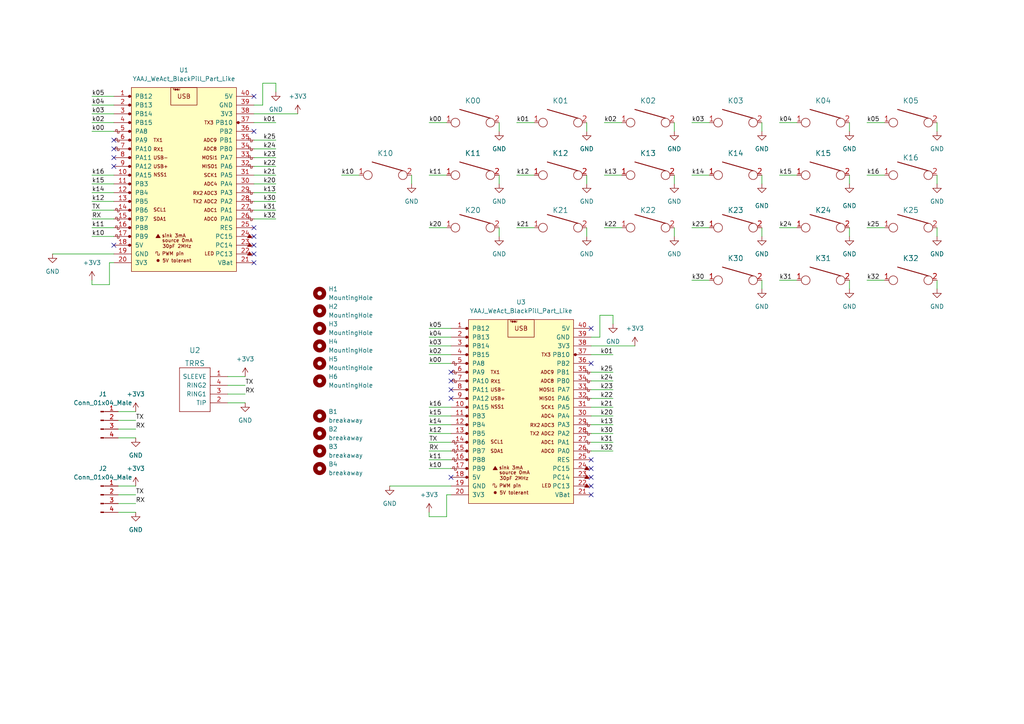
<source format=kicad_sch>
(kicad_sch (version 20211123) (generator eeschema)
  (paper "A4")
  (lib_symbols
    (symbol "Connector:Conn_01x04_Male" (pin_names (offset 1.016) hide)
      (property "Reference" "J" (at 0 5.08 0))
      (property "Value" "Conn_01x04_Male" (at 0 -7.62 0))
      (symbol "Conn_01x04_Male_1_1"
        (polyline (pts (xy 1.27 -5.08) (xy 0.8636 -5.08)) (stroke (width 0.1524)))
        (polyline (pts (xy 1.27 -2.54) (xy 0.8636 -2.54)) (stroke (width 0.1524)))
        (polyline (pts (xy 1.27 0) (xy 0.8636 0)) (stroke (width 0.1524)))
        (polyline (pts (xy 1.27 2.54) (xy 0.8636 2.54)) (stroke (width 0.1524)))
        (rectangle (start 0.8636 -4.953) (end 0 -5.207) (stroke (width 0.1524)) (fill (type outline)))
        (rectangle (start 0.8636 -2.413) (end 0 -2.667) (stroke (width 0.1524)) (fill (type outline)))
        (rectangle (start 0.8636 0.127) (end 0 -0.127) (stroke (width 0.1524)) (fill (type outline)))
        (rectangle (start 0.8636 2.667) (end 0 2.413) (stroke (width 0.1524)) (fill (type outline)))
        (pin passive line (at 5.08 2.54 180) (length 3.81) (name "Pin_1") (number "1"))
        (pin passive line (at 5.08 0 180) (length 3.81) (name "Pin_2") (number "2"))
        (pin passive line (at 5.08 -2.54 180) (length 3.81) (name "Pin_3") (number "3"))
        (pin passive line (at 5.08 -5.08 180) (length 3.81) (name "Pin_4") (number "4"))
      )
    )
    (symbol "Mechanical:MountingHole" (pin_names (offset 1.016))
      (property "Reference" "H" (at 0 5.08 0))
      (property "Value" "MountingHole" (at 0 3.175 0))
      (symbol "MountingHole_0_1"
        (circle (center 0 0) (radius 1.27) (stroke (width 1.27)))
      )
    )
    (symbol "YAAJ_WeAct_BlackPill_Part_Like:YAAJ_WeAct_BlackPill_Part_Like" (pin_names (offset 1.016))
      (property "Reference" "U" (at -12.7 27.94 0))
      (property "Value" "YAAJ_WeAct_BlackPill_Part_Like" (at 0 2.54 90))
      (symbol "YAAJ_WeAct_BlackPill_Part_Like_0_0"
        (circle (center -15.748 -20.32) (radius 0.3556) (fill (type outline)))
        (circle (center -15.748 -17.78) (radius 0.3556) (fill (type outline)))
        (circle (center -15.748 -15.24) (radius 0.3556) (fill (type outline)))
        (circle (center -15.748 -12.7) (radius 0.3556) (fill (type outline)))
        (circle (center -15.748 -10.16) (radius 0.3556) (fill (type outline)))
        (circle (center -15.748 -7.62) (radius 0.3556) (fill (type outline)))
        (circle (center -15.748 -5.08) (radius 0.3556) (fill (type outline)))
        (circle (center -15.748 -2.54) (radius 0.3556) (fill (type outline)))
        (circle (center -15.748 0) (radius 0.3556) (fill (type outline)))
        (circle (center -15.748 2.54) (radius 0.3556) (fill (type outline)))
        (circle (center -15.748 5.08) (radius 0.3556) (fill (type outline)))
        (circle (center -15.748 7.62) (radius 0.3556) (fill (type outline)))
        (circle (center -15.748 10.16) (radius 0.3556) (fill (type outline)))
        (circle (center -15.748 12.7) (radius 0.3556) (fill (type outline)))
        (circle (center -15.748 15.24) (radius 0.3556) (fill (type outline)))
        (circle (center -15.748 17.78) (radius 0.3556) (fill (type outline)))
        (circle (center -15.748 22.86) (radius 0.3556) (fill (type outline)))
        (circle (center -7.493 -24.765) (radius 0.127) (fill (type outline)))
        (circle (center -7.493 -24.765) (radius 0.254))
        (circle (center -7.493 -24.765) (radius 0.3556))
        (polyline (pts (xy -8.128 -18.161) (xy -7.493 -17.145) (xy -6.858 -18.161) (xy -8.128 -18.161) (xy -7.493 -17.272) (xy -6.985 -18.161) (xy -8.001 -18.034) (xy -7.493 -17.399) (xy -7.112 -18.161) (xy -7.874 -17.907) (xy -7.366 -17.526) (xy -7.239 -18.161) (xy -7.747 -17.78) (xy -7.239 -17.653) (xy -7.366 -18.034) (xy -7.62 -17.78) (xy -7.366 -17.907) (xy -7.493 -17.653)))
        (polyline (pts (xy 18.415 -23.241) (xy 19.05 -22.225) (xy 19.685 -23.241) (xy 18.415 -23.241) (xy 19.05 -22.352) (xy 19.558 -23.241) (xy 18.542 -23.114) (xy 19.05 -22.479) (xy 19.431 -23.241) (xy 18.669 -22.987) (xy 19.177 -22.606) (xy 19.304 -23.241) (xy 18.796 -22.86) (xy 19.304 -22.733) (xy 19.177 -23.114) (xy 18.923 -22.86) (xy 19.177 -22.987) (xy 19.05 -22.733)))
        (polyline (pts (xy 18.415 -20.701) (xy 19.05 -19.685) (xy 19.685 -20.701) (xy 18.415 -20.701) (xy 19.05 -19.812) (xy 19.558 -20.701) (xy 18.542 -20.574) (xy 19.05 -19.939) (xy 19.431 -20.701) (xy 18.669 -20.447) (xy 19.177 -20.066) (xy 19.304 -20.701) (xy 18.796 -20.32) (xy 19.304 -20.193) (xy 19.177 -20.574) (xy 18.923 -20.32) (xy 19.177 -20.447) (xy 19.05 -20.193)))
        (polyline (pts (xy 18.415 -18.161) (xy 19.05 -17.145) (xy 19.685 -18.161) (xy 18.415 -18.161) (xy 19.05 -17.272) (xy 19.558 -18.161) (xy 18.542 -18.034) (xy 19.05 -17.399) (xy 19.431 -18.161) (xy 18.669 -17.907) (xy 19.177 -17.526) (xy 19.304 -18.161) (xy 18.796 -17.78) (xy 19.304 -17.653) (xy 19.177 -18.034) (xy 18.923 -17.78) (xy 19.177 -17.907) (xy 19.05 -17.653)))
        (circle (center 15.748 15.24) (radius 0.254) (fill (type outline)))
        (circle (center 15.748 15.24) (radius 0.3556))
        (text "30pF 2MHz" (at -2.032 -20.574 0) (effects (font (size 0.9906 0.9906))))
        (text "5V tolerant" (at -2.032 -24.765 0) (effects (font (size 0.9906 0.9906))))
        (text "ADC0" (at 7.747 -12.7 0) (effects (font (size 0.9906 0.9906))))
        (text "ADC1" (at 7.747 -10.16 0) (effects (font (size 0.9906 0.9906))))
        (text "ADC2" (at 7.747 -7.62 0) (effects (font (size 0.9906 0.9906))))
        (text "ADC3" (at 7.747 -5.207 0) (effects (font (size 0.9906 0.9906))))
        (text "ADC4" (at 7.747 -2.54 0) (effects (font (size 0.9906 0.9906))))
        (text "ADC8" (at 7.62 7.62 0) (effects (font (size 0.9906 0.9906))))
        (text "ADC9" (at 7.62 10.16 0) (effects (font (size 0.9906 0.9906))))
        (text "LED" (at 7.366 -22.733 0) (effects (font (size 0.9906 0.9906))))
        (text "MISO1" (at 7.493 2.54 0) (effects (font (size 0.9906 0.9906))))
        (text "MOSI1" (at 7.493 5.08 0) (effects (font (size 0.9906 0.9906))))
        (text "NSS1" (at -6.858 0.127 0) (effects (font (size 0.9906 0.9906))))
        (text "PWM pin" (at -3.175 -22.733 0) (effects (font (size 0.9906 0.9906))))
        (text "RX1" (at -7.366 7.493 0) (effects (font (size 0.9906 0.9906))))
        (text "RX2" (at 4.064 -5.207 0) (effects (font (size 0.9906 0.9906))))
        (text "SCK1" (at 7.747 0 0) (effects (font (size 0.9906 0.9906))))
        (text "SCL1" (at -6.985 -10.033 0) (effects (font (size 0.9906 0.9906))))
        (text "SDA1" (at -6.985 -12.7 0) (effects (font (size 0.9906 0.9906))))
        (text "sink 3mA" (at -2.921 -17.526 0) (effects (font (size 0.9906 0.9906))))
        (text "source 0mA" (at -1.905 -18.923 0) (effects (font (size 0.9906 0.9906))))
        (text "TX1" (at -7.493 10.16 0) (effects (font (size 0.9906 0.9906))))
        (text "TX2" (at 3.937 -7.62 0) (effects (font (size 0.9906 0.9906))))
        (text "TX3" (at 7.239 15.24 0) (effects (font (size 0.9906 0.9906))))
        (text "USB" (at 0 22.86 0) (effects (font (size 1.27 1.27))))
        (text "USB+" (at -6.731 2.54 0) (effects (font (size 0.9906 0.9906))))
        (text "USB-" (at -6.731 5.08 0) (effects (font (size 0.9906 0.9906))))
        (text "Y@@J" (at -2.159 24.892 0) (effects (font (size 0.508 0.508))))
      )
      (symbol "YAAJ_WeAct_BlackPill_Part_Like_0_1"
        (rectangle (start -15.24 25.4) (end 15.24 -27.94) (fill (type background)))
        (polyline (pts (xy -18.796 -17.78) (xy -18.796 -18.288) (xy -19.304 -18.288) (xy -19.304 -17.272) (xy -19.812 -17.272) (xy -19.812 -17.78)))
        (polyline (pts (xy -18.796 -15.24) (xy -18.796 -15.748) (xy -19.304 -15.748) (xy -19.304 -14.732) (xy -19.812 -14.732) (xy -19.812 -15.24)))
        (polyline (pts (xy -18.796 -12.7) (xy -18.796 -13.208) (xy -19.304 -13.208) (xy -19.304 -12.192) (xy -19.812 -12.192) (xy -19.812 -12.7)))
        (polyline (pts (xy -18.796 -10.16) (xy -18.796 -10.668) (xy -19.304 -10.668) (xy -19.304 -9.652) (xy -19.812 -9.652) (xy -19.812 -10.16)))
        (polyline (pts (xy -18.796 7.62) (xy -18.796 7.112) (xy -19.304 7.112) (xy -19.304 8.128) (xy -19.812 8.128) (xy -19.812 7.62)))
        (polyline (pts (xy -18.796 10.16) (xy -18.796 9.652) (xy -19.304 9.652) (xy -19.304 10.668) (xy -19.812 10.668) (xy -19.812 10.16)))
        (polyline (pts (xy -18.796 12.7) (xy -18.796 12.192) (xy -19.304 12.192) (xy -19.304 13.208) (xy -19.812 13.208) (xy -19.812 12.7)))
        (polyline (pts (xy -7.112 -22.733) (xy -7.112 -23.241) (xy -7.62 -23.241) (xy -7.62 -22.225) (xy -8.128 -22.225) (xy -8.128 -22.733)))
        (polyline (pts (xy 19.812 -12.7) (xy 19.812 -13.208) (xy 19.304 -13.208) (xy 19.304 -12.192) (xy 18.796 -12.192) (xy 18.796 -12.7)))
        (polyline (pts (xy 19.812 -10.16) (xy 19.812 -10.668) (xy 19.304 -10.668) (xy 19.304 -9.652) (xy 18.796 -9.652) (xy 18.796 -10.16)))
        (polyline (pts (xy 19.812 -7.62) (xy 19.812 -8.128) (xy 19.304 -8.128) (xy 19.304 -7.112) (xy 18.796 -7.112) (xy 18.796 -7.62)))
        (polyline (pts (xy 19.812 -5.08) (xy 19.812 -5.588) (xy 19.304 -5.588) (xy 19.304 -4.572) (xy 18.796 -4.572) (xy 18.796 -5.08)))
        (polyline (pts (xy 19.812 2.54) (xy 19.812 2.032) (xy 19.304 2.032) (xy 19.304 3.048) (xy 18.796 3.048) (xy 18.796 2.54)))
        (polyline (pts (xy 19.812 5.08) (xy 19.812 4.572) (xy 19.304 4.572) (xy 19.304 5.588) (xy 18.796 5.588) (xy 18.796 5.08)))
        (polyline (pts (xy 19.812 7.62) (xy 19.812 7.112) (xy 19.304 7.112) (xy 19.304 8.128) (xy 18.796 8.128) (xy 18.796 7.62)))
        (polyline (pts (xy 19.812 10.16) (xy 19.812 9.652) (xy 19.304 9.652) (xy 19.304 10.668) (xy 18.796 10.668) (xy 18.796 10.16)))
        (rectangle (start 3.81 25.4) (end -3.81 20.32))
      )
      (symbol "YAAJ_WeAct_BlackPill_Part_Like_1_1"
        (circle (center -15.748 20.32) (radius 0.3556) (fill (type outline)))
        (pin bidirectional line (at -20.32 22.86 0) (length 5.08) (name "PB12") (number "1"))
        (pin bidirectional line (at -20.32 0 0) (length 5.08) (name "PA15") (number "10"))
        (pin bidirectional line (at -20.32 -2.54 0) (length 5.08) (name "PB3") (number "11"))
        (pin bidirectional line (at -20.32 -5.08 0) (length 5.08) (name "PB4") (number "12"))
        (pin bidirectional line (at -20.32 -7.62 0) (length 5.08) (name "PB5") (number "13"))
        (pin bidirectional line (at -20.32 -10.16 0) (length 5.08) (name "PB6") (number "14"))
        (pin bidirectional line (at -20.32 -12.7 0) (length 5.08) (name "PB7") (number "15"))
        (pin bidirectional line (at -20.32 -15.24 0) (length 5.08) (name "PB8") (number "16"))
        (pin bidirectional line (at -20.32 -17.78 0) (length 5.08) (name "PB9") (number "17"))
        (pin power_in line (at -20.32 -20.32 0) (length 5.08) (name "5V") (number "18"))
        (pin power_in line (at -20.32 -22.86 0) (length 5.08) (name "GND") (number "19"))
        (pin bidirectional line (at -20.32 20.32 0) (length 5.08) (name "PB13") (number "2"))
        (pin power_in line (at -20.32 -25.4 0) (length 5.08) (name "3V3") (number "20"))
        (pin power_in line (at 20.32 -25.4 180) (length 5.08) (name "VBat") (number "21"))
        (pin bidirectional line (at 20.32 -22.86 180) (length 5.08) (name "PC13") (number "22"))
        (pin bidirectional line (at 20.32 -20.32 180) (length 5.08) (name "PC14") (number "23"))
        (pin bidirectional line (at 20.32 -17.78 180) (length 5.08) (name "PC15") (number "24"))
        (pin input line (at 20.32 -15.24 180) (length 5.08) (name "RES") (number "25"))
        (pin bidirectional line (at 20.32 -12.7 180) (length 5.08) (name "PA0") (number "26"))
        (pin bidirectional line (at 20.32 -10.16 180) (length 5.08) (name "PA1") (number "27"))
        (pin bidirectional line (at 20.32 -7.62 180) (length 5.08) (name "PA2") (number "28"))
        (pin bidirectional line (at 20.32 -5.08 180) (length 5.08) (name "PA3") (number "29"))
        (pin bidirectional line (at -20.32 17.78 0) (length 5.08) (name "PB14") (number "3"))
        (pin bidirectional line (at 20.32 -2.54 180) (length 5.08) (name "PA4") (number "30"))
        (pin bidirectional line (at 20.32 0 180) (length 5.08) (name "PA5") (number "31"))
        (pin bidirectional line (at 20.32 2.54 180) (length 5.08) (name "PA6") (number "32"))
        (pin bidirectional line (at 20.32 5.08 180) (length 5.08) (name "PA7") (number "33"))
        (pin bidirectional line (at 20.32 7.62 180) (length 5.08) (name "PB0") (number "34"))
        (pin bidirectional line (at 20.32 10.16 180) (length 5.08) (name "PB1") (number "35"))
        (pin bidirectional line (at 20.32 12.7 180) (length 5.08) (name "PB2") (number "36"))
        (pin bidirectional line (at 20.32 15.24 180) (length 5.08) (name "PB10") (number "37"))
        (pin power_in line (at 20.32 17.78 180) (length 5.08) (name "3V3") (number "38"))
        (pin power_in line (at 20.32 20.32 180) (length 5.08) (name "GND") (number "39"))
        (pin bidirectional line (at -20.32 15.24 0) (length 5.08) (name "PB15") (number "4"))
        (pin power_in line (at 20.32 22.86 180) (length 5.08) (name "5V") (number "40"))
        (pin bidirectional line (at -20.32 12.7 0) (length 5.08) (name "PA8") (number "5"))
        (pin bidirectional line (at -20.32 10.16 0) (length 5.08) (name "PA9") (number "6"))
        (pin bidirectional line (at -20.32 7.62 0) (length 5.08) (name "PA10") (number "7"))
        (pin bidirectional line (at -20.32 5.08 0) (length 5.08) (name "PA11") (number "8"))
        (pin bidirectional line (at -20.32 2.54 0) (length 5.08) (name "PA12") (number "9"))
      )
    )
    (symbol "keebio:TRRS" (pin_names (offset 1.016))
      (property "Reference" "U" (at 0 15.24 0))
      (property "Value" "TRRS" (at 0 -2.54 0))
      (symbol "TRRS_0_1"
        (rectangle (start -3.81 0) (end -3.81 12.7))
        (rectangle (start -3.81 12.7) (end 5.08 12.7))
        (rectangle (start 5.08 0) (end -3.81 0))
        (rectangle (start 5.08 12.7) (end 5.08 0))
      )
      (symbol "TRRS_1_1"
        (pin input line (at -8.89 2.54 0) (length 5.08) (name "SLEEVE") (number "1"))
        (pin input line (at -8.89 10.16 0) (length 5.08) (name "TIP") (number "2"))
        (pin input line (at -8.89 7.62 0) (length 5.08) (name "RING1") (number "3"))
        (pin input line (at -8.89 5.08 0) (length 5.08) (name "RING2") (number "4"))
      )
    )
    (symbol "keyboard_parts:KEYSW" (pin_names (offset 1.016))
      (property "Reference" "K?" (at -1.27 0 0))
      (symbol "KEYSW_0_1"
        (circle (center -5.08 0) (radius 1.27))
        (polyline (pts (xy -5.08 1.27) (xy 3.81 3.81)) (stroke (width 0.254)))
        (circle (center 5.08 0) (radius 1.27))
      )
      (symbol "KEYSW_1_1"
        (pin passive line (at 7.62 0 180) (length 1.27) (name "~") (number "1"))
        (pin passive line (at -7.62 0 0) (length 1.27) (name "~") (number "2"))
      )
    )
    (symbol "power:+3V3" (power) (pin_names (offset 0))
      (property "Value" "+3V3" (at 0 3.556 0))
      (symbol "+3V3_0_1"
        (polyline (pts (xy -0.762 1.27) (xy 0 2.54)))
        (polyline (pts (xy 0 0) (xy 0 2.54)))
        (polyline (pts (xy 0 2.54) (xy 0.762 1.27)))
      )
      (symbol "+3V3_1_1"
        (pin power_in line (at 0 0 90) (length 0) hide (name "+3V3") (number "1"))
      )
    )
    (symbol "power:GND" (power) (pin_names (offset 0))
      (property "Value" "GND" (at 0 -3.81 0))
      (symbol "GND_0_1"
        (polyline (pts (xy 0 0) (xy 0 -1.27) (xy 1.27 -1.27) (xy 0 -2.54) (xy -1.27 -1.27) (xy 0 -1.27)))
      )
      (symbol "GND_1_1"
        (pin power_in line (at 0 0 270) (length 0) hide (name "GND") (number "1"))
      )
    )
  )
  (no_connect (at 130.81 110.49))
  (no_connect (at 130.81 107.95))
  (no_connect (at 130.81 113.03))
  (no_connect (at 130.81 138.43))
  (no_connect (at 171.45 143.51))
  (no_connect (at 73.66 68.58))
  (no_connect (at 73.66 73.66))
  (no_connect (at 73.66 71.12))
  (no_connect (at 171.45 138.43))
  (no_connect (at 33.02 43.18))
  (no_connect (at 73.66 38.1))
  (no_connect (at 73.66 27.94))
  (no_connect (at 73.66 66.04))
  (no_connect (at 130.81 115.57))
  (no_connect (at 171.45 133.35))
  (no_connect (at 171.45 105.41))
  (no_connect (at 33.02 48.26))
  (no_connect (at 171.45 95.25))
  (no_connect (at 33.02 40.64))
  (no_connect (at 171.45 135.89))
  (no_connect (at 33.02 45.72))
  (no_connect (at 73.66 76.2))
  (no_connect (at 171.45 140.97))
  (no_connect (at 33.02 71.12))
  (wire (pts (xy 124.46 97.79) (xy 130.81 97.79)))
  (wire (pts (xy 124.46 123.19) (xy 130.81 123.19)))
  (wire (pts (xy 66.04 116.84) (xy 71.12 116.84)))
  (wire (pts (xy 73.66 63.5) (xy 80.01 63.5)))
  (wire (pts (xy 34.29 140.97) (xy 39.37 140.97)))
  (wire (pts (xy 99.06 50.8) (xy 104.14 50.8)))
  (wire (pts (xy 220.98 53.34) (xy 220.98 50.8)))
  (wire (pts (xy 171.45 100.33) (xy 184.15 100.33)))
  (wire (pts (xy 226.06 50.8) (xy 231.14 50.8)))
  (wire (pts (xy 15.24 73.66) (xy 33.02 73.66)))
  (wire (pts (xy 124.46 118.11) (xy 130.81 118.11)))
  (wire (pts (xy 124.46 100.33) (xy 130.81 100.33)))
  (wire (pts (xy 26.67 60.96) (xy 33.02 60.96)))
  (wire (pts (xy 171.45 107.95) (xy 177.8 107.95)))
  (wire (pts (xy 26.67 55.88) (xy 33.02 55.88)))
  (wire (pts (xy 129.54 143.51) (xy 130.81 143.51)))
  (wire (pts (xy 271.78 38.1) (xy 271.78 35.56)))
  (wire (pts (xy 119.38 53.34) (xy 119.38 50.8)))
  (wire (pts (xy 124.46 125.73) (xy 130.81 125.73)))
  (wire (pts (xy 251.46 50.8) (xy 256.54 50.8)))
  (wire (pts (xy 149.86 50.8) (xy 154.94 50.8)))
  (wire (pts (xy 271.78 53.34) (xy 271.78 50.8)))
  (wire (pts (xy 73.66 45.72) (xy 80.01 45.72)))
  (wire (pts (xy 171.45 97.79) (xy 173.99 97.79)))
  (wire (pts (xy 73.66 35.56) (xy 80.01 35.56)))
  (wire (pts (xy 124.46 133.35) (xy 130.81 133.35)))
  (wire (pts (xy 124.46 128.27) (xy 130.81 128.27)))
  (wire (pts (xy 73.66 48.26) (xy 80.01 48.26)))
  (wire (pts (xy 66.04 114.3) (xy 71.12 114.3)))
  (wire (pts (xy 34.29 121.92) (xy 39.37 121.92)))
  (wire (pts (xy 26.67 81.28) (xy 26.67 82.55)))
  (wire (pts (xy 171.45 120.65) (xy 177.8 120.65)))
  (wire (pts (xy 124.46 135.89) (xy 130.81 135.89)))
  (wire (pts (xy 73.66 43.18) (xy 80.01 43.18)))
  (wire (pts (xy 171.45 130.81) (xy 177.8 130.81)))
  (wire (pts (xy 124.46 35.56) (xy 129.54 35.56)))
  (wire (pts (xy 175.26 66.04) (xy 180.34 66.04)))
  (wire (pts (xy 200.66 81.28) (xy 205.74 81.28)))
  (wire (pts (xy 246.38 53.34) (xy 246.38 50.8)))
  (wire (pts (xy 73.66 33.02) (xy 86.36 33.02)))
  (wire (pts (xy 170.18 53.34) (xy 170.18 50.8)))
  (wire (pts (xy 124.46 148.59) (xy 124.46 149.86)))
  (wire (pts (xy 220.98 68.58) (xy 220.98 66.04)))
  (wire (pts (xy 144.78 53.34) (xy 144.78 50.8)))
  (wire (pts (xy 124.46 102.87) (xy 130.81 102.87)))
  (wire (pts (xy 175.26 35.56) (xy 180.34 35.56)))
  (wire (pts (xy 200.66 66.04) (xy 205.74 66.04)))
  (wire (pts (xy 171.45 102.87) (xy 177.8 102.87)))
  (wire (pts (xy 246.38 83.82) (xy 246.38 81.28)))
  (wire (pts (xy 73.66 60.96) (xy 80.01 60.96)))
  (wire (pts (xy 34.29 146.05) (xy 39.37 146.05)))
  (wire (pts (xy 80.01 55.88) (xy 73.66 55.88)))
  (wire (pts (xy 171.45 110.49) (xy 177.8 110.49)))
  (wire (pts (xy 33.02 38.1) (xy 26.67 38.1)))
  (wire (pts (xy 171.45 118.11) (xy 177.8 118.11)))
  (wire (pts (xy 26.67 30.48) (xy 33.02 30.48)))
  (wire (pts (xy 73.66 40.64) (xy 80.01 40.64)))
  (wire (pts (xy 220.98 83.82) (xy 220.98 81.28)))
  (wire (pts (xy 246.38 38.1) (xy 246.38 35.56)))
  (wire (pts (xy 26.67 53.34) (xy 33.02 53.34)))
  (wire (pts (xy 271.78 83.82) (xy 271.78 81.28)))
  (wire (pts (xy 76.2 24.13) (xy 80.01 24.13)))
  (wire (pts (xy 73.66 30.48) (xy 76.2 30.48)))
  (wire (pts (xy 26.67 68.58) (xy 33.02 68.58)))
  (wire (pts (xy 34.29 148.59) (xy 39.37 148.59)))
  (wire (pts (xy 149.86 66.04) (xy 154.94 66.04)))
  (wire (pts (xy 195.58 53.34) (xy 195.58 50.8)))
  (wire (pts (xy 26.67 58.42) (xy 33.02 58.42)))
  (wire (pts (xy 124.46 50.8) (xy 129.54 50.8)))
  (wire (pts (xy 34.29 127) (xy 39.37 127)))
  (wire (pts (xy 195.58 68.58) (xy 195.58 66.04)))
  (wire (pts (xy 34.29 124.46) (xy 39.37 124.46)))
  (wire (pts (xy 177.8 123.19) (xy 171.45 123.19)))
  (wire (pts (xy 173.99 91.44) (xy 177.8 91.44)))
  (wire (pts (xy 170.18 68.58) (xy 170.18 66.04)))
  (wire (pts (xy 144.78 38.1) (xy 144.78 35.56)))
  (wire (pts (xy 171.45 115.57) (xy 177.8 115.57)))
  (wire (pts (xy 26.67 50.8) (xy 33.02 50.8)))
  (wire (pts (xy 76.2 30.48) (xy 76.2 24.13)))
  (wire (pts (xy 170.18 38.1) (xy 170.18 35.56)))
  (wire (pts (xy 73.66 50.8) (xy 80.01 50.8)))
  (wire (pts (xy 34.29 119.38) (xy 39.37 119.38)))
  (wire (pts (xy 124.46 149.86) (xy 129.54 149.86)))
  (wire (pts (xy 251.46 35.56) (xy 256.54 35.56)))
  (wire (pts (xy 26.67 82.55) (xy 31.75 82.55)))
  (wire (pts (xy 66.04 109.22) (xy 71.12 109.22)))
  (wire (pts (xy 129.54 149.86) (xy 129.54 143.51)))
  (wire (pts (xy 226.06 81.28) (xy 231.14 81.28)))
  (wire (pts (xy 124.46 130.81) (xy 130.81 130.81)))
  (wire (pts (xy 26.67 27.94) (xy 33.02 27.94)))
  (wire (pts (xy 149.86 35.56) (xy 154.94 35.56)))
  (wire (pts (xy 200.66 35.56) (xy 205.74 35.56)))
  (wire (pts (xy 124.46 95.25) (xy 130.81 95.25)))
  (wire (pts (xy 200.66 50.8) (xy 205.74 50.8)))
  (wire (pts (xy 251.46 81.28) (xy 256.54 81.28)))
  (wire (pts (xy 130.81 105.41) (xy 124.46 105.41)))
  (wire (pts (xy 26.67 63.5) (xy 33.02 63.5)))
  (wire (pts (xy 26.67 33.02) (xy 33.02 33.02)))
  (wire (pts (xy 271.78 68.58) (xy 271.78 66.04)))
  (wire (pts (xy 177.8 91.44) (xy 177.8 93.98)))
  (wire (pts (xy 171.45 113.03) (xy 177.8 113.03)))
  (wire (pts (xy 175.26 50.8) (xy 180.34 50.8)))
  (wire (pts (xy 124.46 120.65) (xy 130.81 120.65)))
  (wire (pts (xy 171.45 128.27) (xy 177.8 128.27)))
  (wire (pts (xy 26.67 66.04) (xy 33.02 66.04)))
  (wire (pts (xy 226.06 35.56) (xy 231.14 35.56)))
  (wire (pts (xy 144.78 68.58) (xy 144.78 66.04)))
  (wire (pts (xy 66.04 111.76) (xy 71.12 111.76)))
  (wire (pts (xy 220.98 38.1) (xy 220.98 35.56)))
  (wire (pts (xy 31.75 82.55) (xy 31.75 76.2)))
  (wire (pts (xy 195.58 38.1) (xy 195.58 35.56)))
  (wire (pts (xy 171.45 125.73) (xy 177.8 125.73)))
  (wire (pts (xy 173.99 97.79) (xy 173.99 91.44)))
  (wire (pts (xy 73.66 58.42) (xy 80.01 58.42)))
  (wire (pts (xy 113.03 140.97) (xy 130.81 140.97)))
  (wire (pts (xy 226.06 66.04) (xy 231.14 66.04)))
  (wire (pts (xy 251.46 66.04) (xy 256.54 66.04)))
  (wire (pts (xy 34.29 143.51) (xy 39.37 143.51)))
  (wire (pts (xy 31.75 76.2) (xy 33.02 76.2)))
  (wire (pts (xy 124.46 66.04) (xy 129.54 66.04)))
  (wire (pts (xy 80.01 24.13) (xy 80.01 26.67)))
  (wire (pts (xy 26.67 35.56) (xy 33.02 35.56)))
  (wire (pts (xy 73.66 53.34) (xy 80.01 53.34)))
  (wire (pts (xy 246.38 68.58) (xy 246.38 66.04)))
  (label "k21" (at 177.8 118.11 180))
  (label "k00" (at 26.67 38.1 0))
  (label "k13" (at 80.01 55.88 180))
  (label "k15" (at 26.67 53.34 0))
  (label "k15" (at 124.46 120.65 0))
  (label "k11" (at 124.46 133.35 0))
  (label "RX" (at 39.37 124.46 0))
  (label "k31" (at 177.8 128.27 180))
  (label "k30" (at 200.66 81.28 0))
  (label "k12" (at 124.46 125.73 0))
  (label "k02" (at 124.46 102.87 0))
  (label "k14" (at 200.66 50.8 0))
  (label "k12" (at 26.67 58.42 0))
  (label "k30" (at 80.01 58.42 180))
  (label "k00" (at 124.46 105.41 0))
  (label "k02" (at 26.67 35.56 0))
  (label "k21" (at 149.86 66.04 0))
  (label "k01" (at 177.8 102.87 180))
  (label "k20" (at 80.01 53.34 180))
  (label "k25" (at 80.01 40.64 180))
  (label "k24" (at 177.8 110.49 180))
  (label "k20" (at 177.8 120.65 180))
  (label "k22" (at 175.26 66.04 0))
  (label "k11" (at 26.67 66.04 0))
  (label "k04" (at 124.46 97.79 0))
  (label "TX" (at 26.67 60.96 0))
  (label "k31" (at 226.06 81.28 0))
  (label "RX" (at 26.67 63.5 0))
  (label "k23" (at 177.8 113.03 180))
  (label "k25" (at 177.8 107.95 180))
  (label "k20" (at 124.46 66.04 0))
  (label "k01" (at 149.86 35.56 0))
  (label "k21" (at 80.01 50.8 180))
  (label "k00" (at 124.46 35.56 0))
  (label "k10" (at 124.46 135.89 0))
  (label "k03" (at 200.66 35.56 0))
  (label "k04" (at 26.67 30.48 0))
  (label "k14" (at 26.67 55.88 0))
  (label "k13" (at 177.8 123.19 180))
  (label "k05" (at 251.46 35.56 0))
  (label "k32" (at 251.46 81.28 0))
  (label "k05" (at 124.46 95.25 0))
  (label "k22" (at 80.01 48.26 180))
  (label "k12" (at 149.86 50.8 0))
  (label "k02" (at 175.26 35.56 0))
  (label "k23" (at 200.66 66.04 0))
  (label "TX" (at 39.37 121.92 0))
  (label "RX" (at 39.37 146.05 0))
  (label "k32" (at 177.8 130.81 180))
  (label "k04" (at 226.06 35.56 0))
  (label "k05" (at 26.67 27.94 0))
  (label "TX" (at 124.46 128.27 0))
  (label "k16" (at 251.46 50.8 0))
  (label "k23" (at 80.01 45.72 180))
  (label "k16" (at 26.67 50.8 0))
  (label "k13" (at 175.26 50.8 0))
  (label "k24" (at 226.06 66.04 0))
  (label "k11" (at 124.46 50.8 0))
  (label "k22" (at 177.8 115.57 180))
  (label "TX" (at 39.37 143.51 0))
  (label "k32" (at 80.01 63.5 180))
  (label "k30" (at 177.8 125.73 180))
  (label "k03" (at 26.67 33.02 0))
  (label "k03" (at 124.46 100.33 0))
  (label "RX" (at 71.12 114.3 0))
  (label "k10" (at 26.67 68.58 0))
  (label "k24" (at 80.01 43.18 180))
  (label "k16" (at 124.46 118.11 0))
  (label "k31" (at 80.01 60.96 180))
  (label "k15" (at 226.06 50.8 0))
  (label "k10" (at 99.06 50.8 0))
  (label "TX" (at 71.12 111.76 0))
  (label "RX" (at 124.46 130.81 0))
  (label "k14" (at 124.46 123.19 0))
  (label "k25" (at 251.46 66.04 0))
  (label "k01" (at 80.01 35.56 180))
  (symbol (lib_id "power:GND") (at 246.38 68.58 0) (unit 1)
    (property "Reference" "#PWR0108" (effects hide))
    (property "Value" "GND" (at 246.38 73.66 0))
  )
  (symbol (lib_id "Mechanical:MountingHole") (at 92.71 125.73 0) (unit 1)
    (property "Reference" "B2" (at 95.25 124.4599 0) (effects (justify left)))
    (property "Value" "breakaway" (at 95.25 126.9999 0) (effects (justify left)))
    (property "Footprint" "sat1l:breakaway .5U (for 19mm net)" (effects hide))
  )
  (symbol (lib_id "power:+3V3") (at 184.15 100.33 0) (unit 1)
    (property "Reference" "#PWR0133" (effects hide))
    (property "Value" "+3V3" (at 184.15 95.25 0))
  )
  (symbol (lib_id "Mechanical:MountingHole") (at 92.71 110.49 0) (unit 1)
    (property "Reference" "H6" (at 95.25 109.2199 0) (effects (justify left)))
    (property "Value" "MountingHole" (at 95.25 111.7599 0) (effects (justify left)))
    (property "Footprint" "sat1l:M2-Plate-Hole" (effects hide))
  )
  (symbol (lib_id "Mechanical:MountingHole") (at 92.71 135.89 0) (unit 1)
    (property "Reference" "B4" (at 95.25 134.6199 0) (effects (justify left)))
    (property "Value" "breakaway" (at 95.25 137.1599 0) (effects (justify left)))
    (property "Footprint" "sat1l:breakaway .75U (for 19mm net)" (effects hide))
  )
  (symbol (lib_id "power:GND") (at 271.78 83.82 0) (unit 1)
    (property "Reference" "#PWR0112" (effects hide))
    (property "Value" "GND" (at 271.78 88.9 0))
  )
  (symbol (lib_id "power:+3V3") (at 86.36 33.02 0) (unit 1)
    (property "Reference" "#PWR0122" (effects hide))
    (property "Value" "+3V3" (at 86.36 27.94 0))
  )
  (symbol (lib_id "Mechanical:MountingHole") (at 92.71 95.25 0) (unit 1)
    (property "Reference" "H3" (at 95.25 93.9799 0) (effects (justify left)))
    (property "Value" "MountingHole" (at 95.25 96.5199 0) (effects (justify left)))
    (property "Footprint" "sat1l:M2-Plate-Hole" (effects hide))
  )
  (symbol (lib_id "power:+3V3") (at 39.37 140.97 0) (unit 1)
    (property "Reference" "#PWR0131" (effects hide))
    (property "Value" "+3V3" (at 39.37 135.89 0))
  )
  (symbol (lib_id "power:GND") (at 220.98 53.34 0) (unit 1)
    (property "Reference" "#PWR0106" (effects hide))
    (property "Value" "GND" (at 220.98 59.69 0))
  )
  (symbol (lib_id "keyboard_parts:KEYSW") (at 213.36 35.56 0) (mirror y) (unit 1)
    (property "Reference" "K03" (at 213.36 29.21 0) (effects (font (size 1.524 1.524))))
    (property "Value" "KEYSW" (effects hide))
    (property "Footprint" "sat1l:MXOnly-1U-Cutout-19mm" (effects hide))
  )
  (symbol (lib_id "keyboard_parts:KEYSW") (at 238.76 50.8 0) (mirror y) (unit 1)
    (property "Reference" "K15" (at 238.76 44.45 0) (effects (font (size 1.524 1.524))))
    (property "Value" "KEYSW" (effects hide))
    (property "Footprint" "sat1l:MXOnly-1U-Cutout-19mm" (effects hide))
  )
  (symbol (lib_id "power:GND") (at 119.38 53.34 0) (unit 1)
    (property "Reference" "#PWR0124" (effects hide))
    (property "Value" "GND" (at 119.38 58.42 0))
  )
  (symbol (lib_id "keyboard_parts:KEYSW") (at 137.16 35.56 0) (mirror y) (unit 1)
    (property "Reference" "K00" (at 137.16 29.21 0) (effects (font (size 1.524 1.524))))
    (property "Value" "KEYSW" (effects hide))
    (property "Footprint" "sat1l:MXOnly-1U-Cutout-19mm" (effects hide))
  )
  (symbol (lib_id "power:+3V3") (at 124.46 148.59 0) (unit 1)
    (property "Reference" "#PWR0135" (effects hide))
    (property "Value" "+3V3" (at 124.46 143.51 0))
  )
  (symbol (lib_id "power:GND") (at 170.18 53.34 0) (unit 1)
    (property "Reference" "#PWR0119" (effects hide))
    (property "Value" "GND" (at 170.18 58.42 0))
  )
  (symbol (lib_id "power:GND") (at 246.38 53.34 0) (unit 1)
    (property "Reference" "#PWR0114" (effects hide))
    (property "Value" "GND" (at 246.38 59.69 0))
  )
  (symbol (lib_id "power:GND") (at 144.78 38.1 0) (unit 1)
    (property "Reference" "#PWR0116" (effects hide))
    (property "Value" "GND" (at 144.78 43.18 0))
  )
  (symbol (lib_id "power:GND") (at 144.78 53.34 0) (unit 1)
    (property "Reference" "#PWR0117" (effects hide))
    (property "Value" "GND" (at 144.78 58.42 0))
  )
  (symbol (lib_id "keyboard_parts:KEYSW") (at 264.16 66.04 0) (mirror y) (unit 1)
    (property "Reference" "K25" (at 264.16 60.96 0) (effects (font (size 1.524 1.524))))
    (property "Value" "KEYSW" (effects hide))
    (property "Footprint" "sat1l:MXOnly-1U-Cutout-19mm" (effects hide))
  )
  (symbol (lib_id "power:GND") (at 195.58 53.34 0) (unit 1)
    (property "Reference" "#PWR0102" (effects hide))
    (property "Value" "GND" (at 195.58 58.42 0))
  )
  (symbol (lib_id "keyboard_parts:KEYSW") (at 162.56 35.56 0) (mirror y) (unit 1)
    (property "Reference" "K01" (at 162.56 29.21 0) (effects (font (size 1.524 1.524))))
    (property "Value" "KEYSW" (effects hide))
    (property "Footprint" "sat1l:MXOnly-1U-Cutout-19mm" (effects hide))
  )
  (symbol (lib_id "power:GND") (at 246.38 83.82 0) (unit 1)
    (property "Reference" "#PWR0110" (effects hide))
    (property "Value" "GND" (at 246.38 88.9 0))
  )
  (symbol (lib_id "keyboard_parts:KEYSW") (at 238.76 35.56 0) (mirror y) (unit 1)
    (property "Reference" "K04" (at 238.76 29.21 0) (effects (font (size 1.524 1.524))))
    (property "Value" "KEYSW" (effects hide))
    (property "Footprint" "sat1l:MXOnly-1U-Cutout-19mm" (effects hide))
  )
  (symbol (lib_id "keyboard_parts:KEYSW") (at 162.56 66.04 0) (mirror y) (unit 1)
    (property "Reference" "K21" (at 162.56 60.96 0) (effects (font (size 1.524 1.524))))
    (property "Value" "KEYSW" (effects hide))
    (property "Footprint" "sat1l:MXOnly-1U-Cutout-19mm" (effects hide))
  )
  (symbol (lib_id "keyboard_parts:KEYSW") (at 264.16 35.56 0) (mirror y) (unit 1)
    (property "Reference" "K05" (at 264.16 29.21 0) (effects (font (size 1.524 1.524))))
    (property "Value" "KEYSW" (effects hide))
    (property "Footprint" "sat1l:MXOnly-1U-Cutout-19mm" (effects hide))
  )
  (symbol (lib_id "power:+3V3") (at 71.12 109.22 0) (unit 1)
    (property "Reference" "#PWR0128" (effects hide))
    (property "Value" "+3V3" (at 71.12 104.14 0))
  )
  (symbol (lib_id "keyboard_parts:KEYSW") (at 162.56 50.8 0) (mirror y) (unit 1)
    (property "Reference" "K12" (at 162.56 44.45 0) (effects (font (size 1.524 1.524))))
    (property "Value" "KEYSW" (effects hide))
    (property "Footprint" "sat1l:MXOnly-1U-Cutout-19mm" (effects hide))
  )
  (symbol (lib_id "Mechanical:MountingHole") (at 92.71 120.65 0) (unit 1)
    (property "Reference" "B1" (at 95.25 119.3799 0) (effects (justify left)))
    (property "Value" "breakaway" (at 95.25 121.9199 0) (effects (justify left)))
    (property "Footprint" "sat1l:breakaway .75U (for 19mm net)" (effects hide))
  )
  (symbol (lib_id "power:GND") (at 220.98 38.1 0) (unit 1)
    (property "Reference" "#PWR0107" (effects hide))
    (property "Value" "GND" (at 220.98 43.18 0))
  )
  (symbol (lib_id "power:GND") (at 220.98 83.82 0) (unit 1)
    (property "Reference" "#PWR0104" (effects hide))
    (property "Value" "GND" (at 220.98 88.9 0))
  )
  (symbol (lib_id "power:GND") (at 113.03 140.97 0) (unit 1)
    (property "Reference" "#PWR0136" (effects hide))
    (property "Value" "GND" (at 113.03 146.05 0))
  )
  (symbol (lib_id "power:GND") (at 271.78 68.58 0) (unit 1)
    (property "Reference" "#PWR0111" (effects hide))
    (property "Value" "GND" (at 271.78 73.66 0))
  )
  (symbol (lib_id "power:GND") (at 39.37 127 0) (unit 1)
    (property "Reference" "#PWR0129" (effects hide))
    (property "Value" "GND" (at 39.37 132.08 0))
  )
  (symbol (lib_id "keyboard_parts:KEYSW") (at 264.16 81.28 0) (mirror y) (unit 1)
    (property "Reference" "K32" (at 264.16 74.93 0) (effects (font (size 1.524 1.524))))
    (property "Value" "KEYSW" (effects hide))
    (property "Footprint" "sat1l:MXOnly-1.5U-Cutout-19mm" (effects hide))
  )
  (symbol (lib_id "YAAJ_WeAct_BlackPill_Part_Like:YAAJ_WeAct_BlackPill_Part_Like") (at 53.34 50.8 0) (unit 1)
    (property "Reference" "U1" (at 53.34 20.32 0))
    (property "Value" "YAAJ_WeAct_BlackPill_Part_Like" (at 53.34 22.86 0))
    (property "Footprint" "sat1l:Blackpill-flippy-A" (effects hide))
  )
  (symbol (lib_id "keyboard_parts:KEYSW") (at 187.96 50.8 0) (mirror y) (unit 1)
    (property "Reference" "K13" (at 187.96 44.45 0) (effects (font (size 1.524 1.524))))
    (property "Value" "KEYSW" (effects hide))
    (property "Footprint" "sat1l:MXOnly-1U-Cutout-19mm" (effects hide))
  )
  (symbol (lib_id "power:GND") (at 195.58 38.1 0) (unit 1)
    (property "Reference" "#PWR0101" (effects hide))
    (property "Value" "GND" (at 195.58 43.18 0))
  )
  (symbol (lib_id "power:GND") (at 144.78 68.58 0) (unit 1)
    (property "Reference" "#PWR0120" (effects hide))
    (property "Value" "GND" (at 144.78 73.66 0))
  )
  (symbol (lib_id "power:GND") (at 177.8 93.98 0) (unit 1)
    (property "Reference" "#PWR0134" (effects hide))
    (property "Value" "GND" (at 177.8 99.06 0))
  )
  (symbol (lib_id "keyboard_parts:KEYSW") (at 137.16 50.8 0) (mirror y) (unit 1)
    (property "Reference" "K11" (at 137.16 44.45 0) (effects (font (size 1.524 1.524))))
    (property "Value" "KEYSW" (effects hide))
    (property "Footprint" "sat1l:MXOnly-1U-Cutout-19mm" (effects hide))
  )
  (symbol (lib_id "keyboard_parts:KEYSW") (at 137.16 66.04 0) (mirror y) (unit 1)
    (property "Reference" "K20" (at 137.16 60.96 0) (effects (font (size 1.524 1.524))))
    (property "Value" "KEYSW" (effects hide))
    (property "Footprint" "sat1l:MXOnly-1U-Cutout-19mm" (effects hide))
  )
  (symbol (lib_id "keyboard_parts:KEYSW") (at 111.76 50.8 0) (mirror y) (unit 1)
    (property "Reference" "K10" (at 111.76 44.45 0) (effects (font (size 1.524 1.524))))
    (property "Value" "KEYSW" (effects hide))
    (property "Footprint" "sat1l:MXOnly-1U-Cutout-19mm" (effects hide))
  )
  (symbol (lib_id "Mechanical:MountingHole") (at 92.71 105.41 0) (unit 1)
    (property "Reference" "H5" (at 95.25 104.1399 0) (effects (justify left)))
    (property "Value" "MountingHole" (at 95.25 106.6799 0) (effects (justify left)))
    (property "Footprint" "sat1l:M2-Plate-Hole" (effects hide))
  )
  (symbol (lib_id "keyboard_parts:KEYSW") (at 213.36 66.04 0) (mirror y) (unit 1)
    (property "Reference" "K23" (at 213.36 60.96 0) (effects (font (size 1.524 1.524))))
    (property "Value" "KEYSW" (effects hide))
    (property "Footprint" "sat1l:MXOnly-1U-Cutout-19mm" (effects hide))
  )
  (symbol (lib_id "power:GND") (at 39.37 148.59 0) (unit 1)
    (property "Reference" "#PWR0132" (effects hide))
    (property "Value" "GND" (at 39.37 153.67 0))
  )
  (symbol (lib_id "power:+3V3") (at 26.67 81.28 0) (unit 1)
    (property "Reference" "#PWR0125" (effects hide))
    (property "Value" "+3V3" (at 26.67 76.2 0))
  )
  (symbol (lib_id "power:+3V3") (at 39.37 119.38 0) (unit 1)
    (property "Reference" "#PWR0130" (effects hide))
    (property "Value" "+3V3" (at 39.37 114.3 0))
  )
  (symbol (lib_id "power:GND") (at 15.24 73.66 0) (unit 1)
    (property "Reference" "#PWR0126" (effects hide))
    (property "Value" "GND" (at 15.24 78.74 0))
  )
  (symbol (lib_id "power:GND") (at 195.58 68.58 0) (unit 1)
    (property "Reference" "#PWR0103" (effects hide))
    (property "Value" "GND" (at 195.58 73.66 0))
  )
  (symbol (lib_id "power:GND") (at 80.01 26.67 0) (unit 1)
    (property "Reference" "#PWR0123" (effects hide))
    (property "Value" "GND" (at 80.01 31.75 0))
  )
  (symbol (lib_id "Mechanical:MountingHole") (at 92.71 85.09 0) (unit 1)
    (property "Reference" "H1" (at 95.25 83.8199 0) (effects (justify left)))
    (property "Value" "MountingHole" (at 95.25 86.3599 0) (effects (justify left)))
    (property "Footprint" "sat1l:M2-Plate-Hole" (effects hide))
  )
  (symbol (lib_id "keebio:TRRS") (at 57.15 106.68 180) (unit 1)
    (property "Reference" "U2" (at 56.515 101.6 0) (effects (font (size 1.524 1.524))))
    (property "Value" "TRRS" (at 56.515 105.41 0) (effects (font (size 1.524 1.524))))
    (property "Footprint" "sat1l:TRRS-PJ-320A-Reversible" (effects hide))
  )
  (symbol (lib_id "power:GND") (at 220.98 68.58 0) (unit 1)
    (property "Reference" "#PWR0105" (effects hide))
    (property "Value" "GND" (at 220.98 73.66 0))
  )
  (symbol (lib_id "Mechanical:MountingHole") (at 92.71 100.33 0) (unit 1)
    (property "Reference" "H4" (at 95.25 99.0599 0) (effects (justify left)))
    (property "Value" "MountingHole" (at 95.25 101.5999 0) (effects (justify left)))
    (property "Footprint" "sat1l:M2-Plate-Hole" (effects hide))
  )
  (symbol (lib_id "power:GND") (at 170.18 38.1 0) (unit 1)
    (property "Reference" "#PWR0121" (effects hide))
    (property "Value" "GND" (at 170.18 43.18 0))
  )
  (symbol (lib_id "YAAJ_WeAct_BlackPill_Part_Like:YAAJ_WeAct_BlackPill_Part_Like") (at 151.13 118.11 0) (unit 1)
    (property "Reference" "U3" (at 151.13 87.63 0))
    (property "Value" "YAAJ_WeAct_BlackPill_Part_Like" (at 151.13 90.17 0))
    (property "Footprint" "sat1l:Blackpill-flippy-B" (effects hide))
  )
  (symbol (lib_id "power:GND") (at 246.38 38.1 0) (unit 1)
    (property "Reference" "#PWR0113" (effects hide))
    (property "Value" "GND" (at 246.38 43.18 0))
  )
  (symbol (lib_id "keyboard_parts:KEYSW") (at 238.76 66.04 0) (mirror y) (unit 1)
    (property "Reference" "K24" (at 238.76 60.96 0) (effects (font (size 1.524 1.524))))
    (property "Value" "KEYSW" (effects hide))
    (property "Footprint" "sat1l:MXOnly-1U-Cutout-19mm" (effects hide))
  )
  (symbol (lib_id "keyboard_parts:KEYSW") (at 213.36 81.28 0) (mirror y) (unit 1)
    (property "Reference" "K30" (at 213.36 74.93 0) (effects (font (size 1.524 1.524))))
    (property "Value" "KEYSW" (effects hide))
    (property "Footprint" "sat1l:MXOnly-1U-Cutout-19mm" (effects hide))
  )
  (symbol (lib_id "power:GND") (at 271.78 53.34 0) (unit 1)
    (property "Reference" "#PWR0109" (effects hide))
    (property "Value" "GND" (at 271.78 58.42 0))
  )
  (symbol (lib_id "Connector:Conn_01x04_Male") (at 29.21 143.51 0) (unit 1)
    (property "Reference" "J2" (at 29.845 135.89 0))
    (property "Value" "Conn_01x04_Male" (at 29.845 138.43 0))
    (property "Footprint" "sat1l:Conn_01x04_Male_B" (effects hide))
  )
  (symbol (lib_id "keyboard_parts:KEYSW") (at 264.16 50.8 0) (mirror y) (unit 1)
    (property "Reference" "K16" (at 264.16 45.72 0) (effects (font (size 1.524 1.524))))
    (property "Value" "KEYSW" (effects hide))
    (property "Footprint" "sat1l:MXOnly-1U-Cutout-19mm" (effects hide))
  )
  (symbol (lib_id "keyboard_parts:KEYSW") (at 187.96 35.56 0) (mirror y) (unit 1)
    (property "Reference" "K02" (at 187.96 29.21 0) (effects (font (size 1.524 1.524))))
    (property "Value" "KEYSW" (effects hide))
    (property "Footprint" "sat1l:MXOnly-1U-Cutout-19mm" (effects hide))
  )
  (symbol (lib_id "power:GND") (at 71.12 116.84 0) (unit 1)
    (property "Reference" "#PWR0127" (effects hide))
    (property "Value" "GND" (at 71.12 121.92 0))
  )
  (symbol (lib_id "power:GND") (at 170.18 68.58 0) (unit 1)
    (property "Reference" "#PWR0118" (effects hide))
    (property "Value" "GND" (at 170.18 73.66 0))
  )
  (symbol (lib_id "keyboard_parts:KEYSW") (at 213.36 50.8 0) (mirror y) (unit 1)
    (property "Reference" "K14" (at 213.36 44.45 0) (effects (font (size 1.524 1.524))))
    (property "Value" "KEYSW" (effects hide))
    (property "Footprint" "sat1l:MXOnly-1U-Cutout-19mm" (effects hide))
  )
  (symbol (lib_id "power:GND") (at 271.78 38.1 0) (unit 1)
    (property "Reference" "#PWR0115" (effects hide))
    (property "Value" "GND" (at 271.78 43.18 0))
  )
  (symbol (lib_id "keyboard_parts:KEYSW") (at 187.96 66.04 0) (mirror y) (unit 1)
    (property "Reference" "K22" (at 187.96 60.96 0) (effects (font (size 1.524 1.524))))
    (property "Value" "KEYSW" (effects hide))
    (property "Footprint" "sat1l:MXOnly-1U-Cutout-19mm" (effects hide))
  )
  (symbol (lib_id "Mechanical:MountingHole") (at 92.71 130.81 0) (unit 1)
    (property "Reference" "B3" (at 95.25 129.5399 0) (effects (justify left)))
    (property "Value" "breakaway" (at 95.25 132.0799 0) (effects (justify left)))
    (property "Footprint" "sat1l:breakaway .75U (for 19mm net)" (effects hide))
  )
  (symbol (lib_id "Mechanical:MountingHole") (at 92.71 90.17 0) (unit 1)
    (property "Reference" "H2" (at 95.25 88.8999 0) (effects (justify left)))
    (property "Value" "MountingHole" (at 95.25 91.4399 0) (effects (justify left)))
    (property "Footprint" "sat1l:M2-Plate-Hole" (effects hide))
  )
  (symbol (lib_id "Connector:Conn_01x04_Male") (at 29.21 121.92 0) (unit 1)
    (property "Reference" "J1" (at 29.845 114.3 0))
    (property "Value" "Conn_01x04_Male" (at 29.845 116.84 0))
    (property "Footprint" "sat1l:Conn_01x04_Male_A" (effects hide))
  )
  (symbol (lib_id "keyboard_parts:KEYSW") (at 238.76 81.28 0) (mirror y) (unit 1)
    (property "Reference" "K31" (at 238.76 74.93 0) (effects (font (size 1.524 1.524))))
    (property "Value" "KEYSW" (effects hide))
    (property "Footprint" "sat1l:MXOnly-1U-Cutout-19mm" (effects hide))
  )
)
</source>
